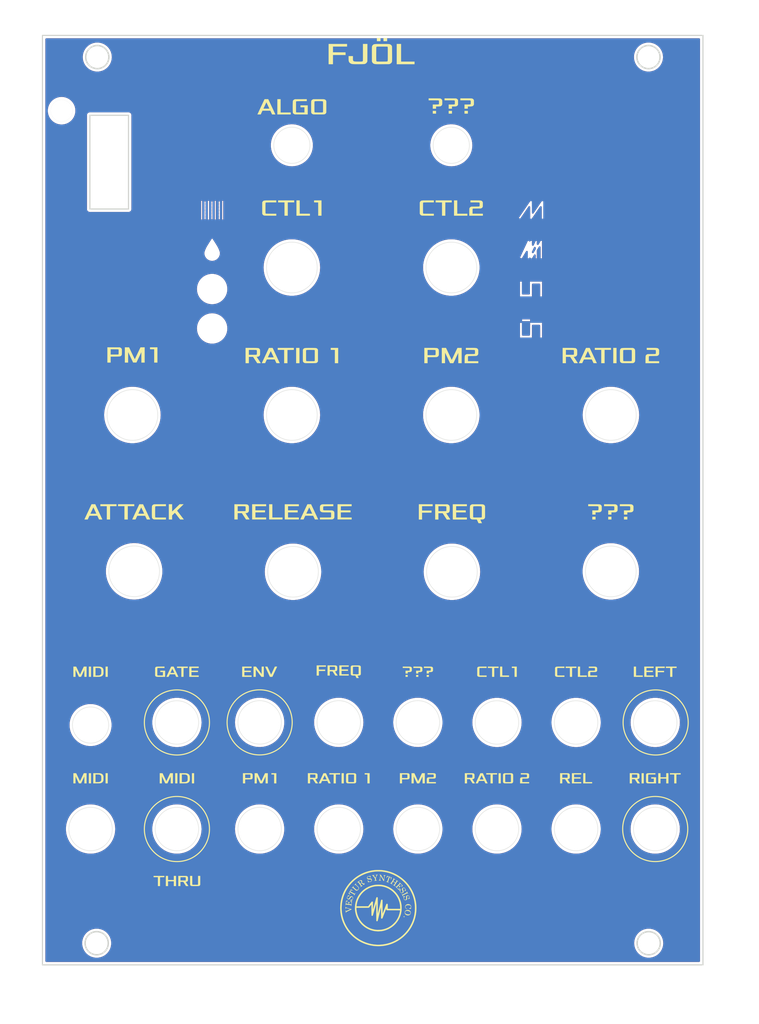
<source format=kicad_pcb>
(kicad_pcb (version 20211014) (generator pcbnew)
  (layers (0 "F.Cu" signal) (31 "B.Cu" signal) (34 "B.Paste" user) (35 "F.Paste" user) (36 "B.SilkS" user "B.Silkscreen") (37 "F.SilkS" user "F.Silkscreen") (38 "B.Mask" user) (39 "F.Mask" user) (44 "Edge.Cuts" user))
  (net 0 "")
  (footprint "vestur-logo:right" (layer "F.Cu") (at 176.098667 113.243528)
    (fp_text reference "G***" hide)
    (fp_text value "LOGO" hide)
  )
  (footprint "vestur-logo:logo-xxsmall" (layer "F.Cu") (at 137.895285 131.1021)
    (fp_text reference "G***" hide)
    (fp_text value "LOGO" hide)
  )
  (footprint "vestur-logo:pm1" (layer "F.Cu") (at 103.8279 54.7175)
    (fp_text reference "G***" hide)
    (fp_text value "LOGO" hide)
  )
  (footprint "vestur-logo:ratio1" (layer "F.Cu") (at 125.864083 54.804161)
    (fp_text reference "G***" hide)
    (fp_text value "LOGO" hide)
  )
  (footprint "vestur-logo:pm2" (layer "F.Cu") (at 147.906615 54.804161)
    (fp_text reference "G***" hide)
    (fp_text value "LOGO" hide)
  )
  (footprint "vestur-logo:ratio2" (layer "F.Cu") (at 169.9768 54.80388)
    (fp_text reference "G***" hide)
    (fp_text value "LOGO" hide)
  )
  (footprint "vestur-logo:release" (layer "F.Cu") (at 126.032 76.406927)
    (fp_text reference "G***" hide)
    (fp_text value "LOGO" hide)
  )
  (footprint "vestur-logo:attack" (layer "F.Cu") (at 104.064119 76.413676)
    (fp_text reference "G***" hide)
    (fp_text value "LOGO" hide)
  )
  (footprint "vestur-logo:freq" (layer "F.Cu") (at 147.995542 76.673539)
    (fp_text reference "G***" hide)
    (fp_text value "LOGO" hide)
  )
  (footprint "vestur-logo:???" (layer "F.Cu") (at 169.960825 76.413777)
    (fp_text reference "G***" hide)
    (fp_text value "LOGO" hide)
  )
  (footprint "vestur-logo:ctl1" (layer "F.Cu") (at 125.860175 34.414633)
    (fp_text reference "G***" hide)
    (fp_text value "LOGO" hide)
  )
  (footprint "vestur-logo:ctl2" (layer "F.Cu") (at 147.907375 34.414633)
    (fp_text reference "G***" hide)
    (fp_text value "LOGO" hide)
  )
  (footprint "vestur-logo:???" (layer "F.Cu") (at 147.909791 20.305177)
    (fp_text reference "G***" hide)
    (fp_text value "LOGO" hide)
  )
  (footprint "vestur-logo:algo" (layer "F.Cu") (at 125.872995 20.419458)
    (fp_text reference "G***" hide)
    (fp_text value "LOGO" hide)
  )
  (footprint "vestur-logo:gate" (layer "F.Cu") (at 109.973586 98.511233)
    (fp_text reference "G***" hide)
    (fp_text value "LOGO" hide)
  )
  (footprint "vestur-logo:env" (layer "F.Cu") (at 121.417505 98.511233)
    (fp_text reference "G***" hide)
    (fp_text value "LOGO" hide)
  )
  (footprint "vestur-logo:ctl1-small" (layer "F.Cu") (at 154.222226 98.511233)
    (fp_text reference "G***" hide)
    (fp_text value "LOGO" hide)
  )
  (footprint "vestur-logo:ctl2-small" (layer "F.Cu") (at 165.159386 98.511233)
    (fp_text reference "G***" hide)
    (fp_text value "LOGO" hide)
  )
  (footprint "vestur-logo:left" (layer "F.Cu") (at 176.1029 98.511233)
    (fp_text reference "G***" hide)
    (fp_text value "LOGO" hide)
  )
  (footprint "vestur-logo:midi" (layer "F.Cu") (at 98.038542 113.243233)
    (fp_text reference "G***" hide)
    (fp_text value "LOGO" hide)
  )
  (footprint "vestur-logo:midi" (layer "F.Cu") (at 109.975702 113.243233)
    (fp_text reference "G***" hide)
    (fp_text value "LOGO" hide)
  )
  (footprint "vestur-logo:thru" (layer "F.Cu") (at 109.97554 127.443506)
    (fp_text reference "G***" hide)
    (fp_text value "LOGO" hide)
  )
  (footprint "vestur-logo:pm1-small" (layer "F.Cu") (at 121.417096 113.243572)
    (fp_text reference "G***" hide)
    (fp_text value "LOGO" hide)
  )
  (footprint "vestur-logo:ratio1-small" (layer "F.Cu") (at 132.350023 113.243518)
    (fp_text reference "G***" hide)
    (fp_text value "LOGO" hide)
  )
  (footprint "vestur-logo:pm2-small" (layer "F.Cu") (at 143.287183 113.243518)
    (fp_text reference "G***" hide)
    (fp_text value "LOGO" hide)
  )
  (footprint "vestur-logo:ratio2-small" (layer "F.Cu") (at 154.228576 113.24333)
    (fp_text reference "G***" hide)
    (fp_text value "LOGO" hide)
  )
  (footprint "vestur-logo:rel" (layer "F.Cu") (at 165.161503 113.243518)
    (fp_text reference "G***" hide)
    (fp_text value "LOGO" hide)
  )
  (footprint "vestur-logo:???-small" (layer "F.Cu") (at 143.289299 98.511596)
    (fp_text reference "G***" hide)
    (fp_text value "LOGO" hide)
  )
  (footprint "vestur-logo:freq-small" (layer "F.Cu") (at 132.350501 98.511571)
    (fp_text reference "G***" hide)
    (fp_text value "LOGO" hide)
  )
  (footprint "vestur-logo:fjol" (layer "F.Cu") (at 136.883232 12.7127)
    (fp_text reference "G***" hide)
    (fp_text value "LOGO" hide)
  )
  (footprint "vestur-logo:midi" (layer "F.Cu") (at 98.038542 98.511233)
    (fp_text reference "G***" hide)
    (fp_text value "LOGO" hide)
  )
  (footprint "vestur-logo:spread-solderm" (layer "F.Cu") (at 114.840231 34.698931)
    (fp_text reference "G***" hide)
    (fp_text value "LOGO" hide)
    (zone (net 0) (net_name "") (layers F&B.Cu) (connect_pads (clearance 0)) (min_thickness 0.254)
      (keepout (tracks not_allowed) (vias not_allowed) (pads not_allowed) (copperpour not_allowed) (footprints allowed))
      (fill (thermal_gap 0.508) (thermal_bridge_width 0.508))
      (polygon (pts (xy 113.941461 33.800162) (xy 113.785154 33.800162) (xy 113.785154 33.487546) (xy 113.941461 33.487546)))
    )
    (zone (net 0) (net_name "") (layers F&B.Cu) (connect_pads (clearance 0)) (min_thickness 0.254)
      (keepout (tracks not_allowed) (vias not_allowed) (pads not_allowed) (copperpour not_allowed) (footprints allowed))
      (fill (thermal_gap 0.508) (thermal_bridge_width 0.508))
      (polygon (pts (xy 115.914846 35.539085) (xy 115.758538 35.539085) (xy 115.758538 35.226469) (xy 115.914846 35.226469)))
    )
    (zone (net 0) (net_name "") (layers F&B.Cu) (connect_pads (clearance 0)) (min_thickness 0.254)
      (keepout (tracks not_allowed) (vias not_allowed) (pads not_allowed) (copperpour not_allowed) (footprints allowed))
      (fill (thermal_gap 0.508) (thermal_bridge_width 0.508))
      (polygon (pts (xy 114.898846 35.539085) (xy 114.742538 35.539085) (xy 114.742538 35.226469) (xy 114.898846 35.226469)))
    )
    (zone (net 0) (net_name "") (layers F&B.Cu) (connect_pads (clearance 0)) (min_thickness 0.254)
      (keepout (tracks not_allowed) (vias not_allowed) (pads not_allowed) (copperpour not_allowed) (footprints allowed))
      (fill (thermal_gap 0.508) (thermal_bridge_width 0.508))
      (polygon (pts (xy 115.367769 36.008008) (xy 115.211461 36.008008) (xy 115.211461 33.409393) (xy 115.367769 33.409393)))
    )
    (zone (net 0) (net_name "") (layers F&B.Cu) (connect_pads (clearance 0)) (min_thickness 0.254)
      (keepout (tracks not_allowed) (vias not_allowed) (pads not_allowed) (copperpour not_allowed) (footprints allowed))
      (fill (thermal_gap 0.508) (thermal_bridge_width 0.508))
      (polygon (pts (xy 114.898846 34.230008) (xy 114.742538 34.230008) (xy 114.742538 33.917393) (xy 114.898846 33.917393)))
    )
    (zone (net 0) (net_name "") (layers F&B.Cu) (connect_pads (clearance 0)) (min_thickness 0.254)
      (keepout (tracks not_allowed) (vias not_allowed) (pads not_allowed) (copperpour not_allowed) (footprints allowed))
      (fill (thermal_gap 0.508) (thermal_bridge_width 0.508))
      (polygon (pts (xy 113.941461 34.230008) (xy 113.785154 34.230008) (xy 113.785154 33.917393) (xy 113.941461 33.917393)))
    )
    (zone (net 0) (net_name "") (layers F&B.Cu) (connect_pads (clearance 0)) (min_thickness 0.254)
      (keepout (tracks not_allowed) (vias not_allowed) (pads not_allowed) (copperpour not_allowed) (footprints allowed))
      (fill (thermal_gap 0.508) (thermal_bridge_width 0.508))
      (polygon (pts (xy 115.914846 34.230008) (xy 115.758538 34.230008) (xy 115.758538 33.917393) (xy 115.914846 33.917393)))
    )
    (zone (net 0) (net_name "") (layers F&B.Cu) (connect_pads (clearance 0)) (min_thickness 0.254)
      (keepout (tracks not_allowed) (vias not_allowed) (pads not_allowed) (copperpour not_allowed) (footprints allowed))
      (fill (thermal_gap 0.508) (thermal_bridge_width 0.508))
      (polygon (pts (xy 114.815807 34.350944) (xy 114.889077 34.357008) (xy 114.889077 34.669623) (xy 114.815807 34.675687) (xy 114.742538 34.681751) (xy 114.742538 34.34488)))
    )
    (zone (net 0) (net_name "") (layers F&B.Cu) (connect_pads (clearance 0)) (min_thickness 0.254)
      (keepout (tracks not_allowed) (vias not_allowed) (pads not_allowed) (copperpour not_allowed) (footprints allowed))
      (fill (thermal_gap 0.508) (thermal_bridge_width 0.508))
      (polygon (pts (xy 114.898846 35.968931) (xy 114.742538 35.968931) (xy 114.742538 35.656316) (xy 114.898846 35.656316)))
    )
    (zone (net 0) (net_name "") (layers F&B.Cu) (connect_pads (clearance 0)) (min_thickness 0.254)
      (keepout (tracks not_allowed) (vias not_allowed) (pads not_allowed) (copperpour not_allowed) (footprints allowed))
      (fill (thermal_gap 0.508) (thermal_bridge_width 0.508))
      (polygon (pts (xy 115.831807 34.78079) (xy 115.905077 34.786854) (xy 115.910751 34.948046) (xy 115.916426 35.109239) (xy 115.758538 35.109239) (xy 115.758538 34.774726)))
    )
    (zone (net 0) (net_name "") (layers F&B.Cu) (connect_pads (clearance 0)) (min_thickness 0.254)
      (keepout (tracks not_allowed) (vias not_allowed) (pads not_allowed) (copperpour not_allowed) (footprints allowed))
      (fill (thermal_gap 0.508) (thermal_bridge_width 0.508))
      (polygon (pts (xy 113.941461 35.968931) (xy 113.785154 35.968931) (xy 113.785154 35.656316) (xy 113.941461 35.656316)))
    )
    (zone (net 0) (net_name "") (layers F&B.Cu) (connect_pads (clearance 0)) (min_thickness 0.254)
      (keepout (tracks not_allowed) (vias not_allowed) (pads not_allowed) (copperpour not_allowed) (footprints allowed))
      (fill (thermal_gap 0.508) (thermal_bridge_width 0.508))
      (polygon (pts (xy 113.941461 35.539085) (xy 113.785154 35.539085) (xy 113.785154 35.226469) (xy 113.941461 35.226469)))
    )
    (zone (net 0) (net_name "") (layers F&B.Cu) (connect_pads (clearance 0)) (min_thickness 0.254)
      (keepout (tracks not_allowed) (vias not_allowed) (pads not_allowed) (copperpour not_allowed) (footprints allowed))
      (fill (thermal_gap 0.508) (thermal_bridge_width 0.508))
      (polygon (pts (xy 115.914846 33.800162) (xy 115.758538 33.800162) (xy 115.758538 33.487546) (xy 115.914846 33.487546)))
    )
    (zone (net 0) (net_name "") (layers F&B.Cu) (connect_pads (clearance 0)) (min_thickness 0.254)
      (keepout (tracks not_allowed) (vias not_allowed) (pads not_allowed) (copperpour not_allowed) (footprints allowed))
      (fill (thermal_gap 0.508) (thermal_bridge_width 0.508))
      (polygon (pts (xy 114.815807 34.78079) (xy 114.889077 34.786854) (xy 114.889077 35.099469) (xy 114.815807 35.105533) (xy 114.742538 35.111598) (xy 114.742538 34.774726)))
    )
    (zone (net 0) (net_name "") (layers F&B.Cu) (connect_pads (clearance 0)) (min_thickness 0.254)
      (keepout (tracks not_allowed) (vias not_allowed) (pads not_allowed) (copperpour not_allowed) (footprints allowed))
      (fill (thermal_gap 0.508) (thermal_bridge_width 0.508))
      (polygon (pts (xy 114.429923 36.008008) (xy 114.254077 36.008008) (xy 114.254077 33.409393) (xy 114.429923 33.409393)))
    )
    (zone (net 0) (net_name "") (layers F&B.Cu) (connect_pads (clearance 0)) (min_thickness 0.254)
      (keepout (tracks not_allowed) (vias not_allowed) (pads not_allowed) (copperpour not_allowed) (footprints allowed))
      (fill (thermal_gap 0.508) (thermal_bridge_width 0.508))
      (polygon (pts (xy 113.472538 36.008008) (xy 113.316231 36.008008) (xy 113.316231 33.409393) (xy 113.472538 33.409393)))
    )
    (zone (net 0) (net_name "") (layers F&B.Cu) (connect_pads (clearance 0)) (min_thickness 0.254)
      (keepout (tracks not_allowed) (vias not_allowed) (pads not_allowed) (copperpour not_allowed) (footprints allowed))
      (fill (thermal_gap 0.508) (thermal_bridge_width 0.508))
      (polygon (pts (xy 115.910751 34.508431) (xy 115.905077 34.669623) (xy 115.831807 34.675687) (xy 115.758538 34.681751) (xy 115.758538 34.347239) (xy 115.916426 34.347239)))
    )
    (zone (net 0) (net_name "") (layers F&B.Cu) (connect_pads (clearance 0)) (min_thickness 0.254)
      (keepout (tracks not_allowed) (vias not_allowed) (pads not_allowed) (copperpour not_allowed) (footprints allowed))
      (fill (thermal_gap 0.508) (thermal_bridge_width 0.508))
      (polygon (pts (xy 115.914846 35.968931) (xy 115.758538 35.968931) (xy 115.758538 35.656316) (xy 115.914846 35.656316)))
    )
    (zone (net 0) (net_name "") (layers F&B.Cu) (connect_pads (clearance 0)) (min_thickness 0.254)
      (keepout (tracks not_allowed) (vias not_allowed) (pads not_allowed) (copperpour not_allowed) (footprints allowed))
      (fill (thermal_gap 0.508) (thermal_bridge_width 0.508))
      (polygon (pts (xy 113.941461 34.679393) (xy 113.876333 34.679393) (xy 113.828055 34.675818) (xy 113.799062 34.667136) (xy 113.798179 34.666367) (xy 113.79202 34.641899) (xy 113.787433 34.588795) (xy 113.785235 34.517488) (xy 113.785154 34.50029) (xy 113.785154 34.347239) (xy 113.941461 34.347239)))
    )
    (zone (net 0) (net_name "") (layers F&B.Cu) (connect_pads (clearance 0)) (min_thickness 0.254)
      (keepout (tracks not_allowed) (vias not_allowed) (pads not_allowed) (copperpour not_allowed) (footprints allowed))
      (fill (thermal_gap 0.508) (thermal_bridge_width 0.508))
      (polygon (pts (xy 116.383769 36.008008) (xy 116.227461 36.008008) (xy 116.227461 33.409393) (xy 116.383769 33.409393)))
    )
    (zone (net 0) (net_name "") (layers F&B.Cu) (connect_pads (clearance 0)) (min_thickness 0.254)
      (keepout (tracks not_allowed) (vias not_allowed) (pads not_allowed) (copperpour not_allowed) (footprints allowed))
      (fill (thermal_gap 0.508) (thermal_bridge_width 0.508))
      (polygon (pts (xy 113.941461 35.109239) (xy 113.783573 35.109239) (xy 113.789248 34.948046) (xy 113.794923 34.786854) (xy 113.941461 34.774726)))
    )
    (zone (net 0) (net_name "") (layers F&B.Cu) (connect_pads (clearance 0)) (min_thickness 0.254)
      (keepout (tracks not_allowed) (vias not_allowed) (pads not_allowed) (copperpour not_allowed) (footprints allowed))
      (fill (thermal_gap 0.508) (thermal_bridge_width 0.508))
      (polygon (pts (xy 114.898846 33.800162) (xy 114.742538 33.800162) (xy 114.742538 33.487546) (xy 114.898846 33.487546)))
    )
  )
  (footprint "vestur-logo:pwm-solderm" (layer "F.Cu") (at 158.934233 51.048117)
    (fp_text reference "G***" hide)
    (fp_text value "LOGO" hide)
    (zone (net 0) (net_name "") (layers F&B.Cu) (connect_pads (clearance 0)) (min_thickness 0.254)
      (keepout (tracks not_allowed) (vias not_allowed) (pads not_allowed) (copperpour not_allowed) (footprints allowed))
      (fill (thermal_gap 0.508) (thermal_bridge_width 0.508))
      (polygon (pts (xy 158.807233 50.053284) (xy 157.706566 50.053284) (xy 157.706566 49.799284) (xy 158.807233 49.799284)))
    )
    (zone (net 0) (net_name "") (layers F&B.Cu) (connect_pads (clearance 0)) (min_thickness 0.254)
      (keepout (tracks not_allowed) (vias not_allowed) (pads not_allowed) (copperpour not_allowed) (footprints allowed))
      (fill (thermal_gap 0.508) (thermal_bridge_width 0.508))
      (polygon (pts (xy 160.458233 52.318117) (xy 160.204697 52.318117) (xy 160.199173 51.434409) (xy 160.193649 50.5507) (xy 159.627441 50.545063) (xy 159.061233 50.539425) (xy 159.061233 52.318117) (xy 157.410233 52.318117) (xy 157.410233 50.286117) (xy 157.663768 50.286117) (xy 157.669292 51.169825) (xy 157.674816 52.053534) (xy 158.796649 52.053534) (xy 158.802166 51.164534) (xy 158.807684 50.275534) (xy 160.458233 50.275534)))
    )
  )
  (footprint "vestur-logo:saw-solderm" (layer "F.Cu") (at 158.934733 34.675)
    (fp_text reference "G***" hide)
    (fp_text value "LOGO" hide)
    (zone (net 0) (net_name "") (layers F&B.Cu) (connect_pads (clearance 0)) (min_thickness 0.254)
      (keepout (tracks not_allowed) (vias not_allowed) (pads not_allowed) (copperpour not_allowed) (footprints allowed))
      (fill (thermal_gap 0.508) (thermal_bridge_width 0.508))
      (polygon (pts (xy 160.628066 35.8815) (xy 160.41681 35.8815) (xy 160.405816 33.87561) (xy 159.719544 34.878555) (xy 159.033271 35.8815) (xy 158.82931 35.8815) (xy 158.823813 34.873844) (xy 158.818316 33.866189) (xy 158.1304 34.873517) (xy 158.004477 35.057635) (xy 157.885639 35.230869) (xy 157.776025 35.390134) (xy 157.677777 35.532345) (xy 157.593034 35.654417) (xy 157.523939 35.753263) (xy 157.472631 35.825799) (xy 157.441251 35.868939) (xy 157.4319 35.880216) (xy 157.408524 35.87085) (xy 157.361016 35.847749) (xy 157.330858 35.832233) (xy 157.240401 35.784879) (xy 158.029358 34.627784) (xy 158.818316 33.470689) (xy 158.929234 33.469594) (xy 159.040152 33.4685) (xy 159.045651 34.468624) (xy 159.05115 35.46875) (xy 159.735001 34.468624) (xy 160.418853 33.4685) (xy 160.628066 33.4685)))
    )
  )
  (footprint "vestur-logo:det-solderm" (layer "F.Cu") (at 158.928942 40.159978)
    (fp_text reference "G***" hide)
    (fp_text value "LOGO" hide)
    (zone (net 0) (net_name "") (layers F&B.Cu) (connect_pads (clearance 0)) (min_thickness 0.254)
      (keepout (tracks not_allowed) (vias not_allowed) (pads not_allowed) (copperpour not_allowed) (footprints allowed))
      (fill (thermal_gap 0.508) (thermal_bridge_width 0.508))
      (polygon (pts (xy 159.733553 39.401991) (xy 159.733831 39.853061) (xy 160.000297 39.403269) (xy 160.266763 38.953478) (xy 160.452942 38.953478) (xy 160.452942 41.366478) (xy 160.262856 41.366478) (xy 160.257357 40.366868) (xy 160.251858 39.367259) (xy 159.992567 39.805227) (xy 159.733275 40.243196) (xy 159.733275 41.366478) (xy 159.585108 41.366478) (xy 159.584865 40.927269) (xy 159.584622 40.488061) (xy 159.325574 40.92613) (xy 159.066525 41.3642) (xy 158.977238 41.365339) (xy 158.887952 41.366478) (xy 158.881988 41.117769) (xy 158.876025 40.869061) (xy 158.75556 41.117769) (xy 158.70623 41.218962) (xy 158.670546 41.288138) (xy 158.643715 41.331386) (xy 158.620944 41.354796) (xy 158.597437 41.364458) (xy 158.568402 41.36646) (xy 158.559768 41.366478) (xy 158.484442 41.366478) (xy 158.484398 40.001228) (xy 158.079 40.678561) (xy 157.987299 40.831721) (xy 157.902581 40.973116) (xy 157.827268 41.098712) (xy 157.763782 41.204472) (xy 157.714548 41.28636) (xy 157.681987 41.340341) (xy 157.668522 41.362378) (xy 157.668333 41.362652) (xy 157.648866 41.358134) (xy 157.618024 41.341486) (xy 157.579889 41.324814) (xy 157.558098 41.337514) (xy 157.557014 41.339195) (xy 157.535597 41.350777) (xy 157.496143 41.334831) (xy 157.478285 41.323659) (xy 157.436495 41.291498) (xy 157.41596 41.266381) (xy 157.415525 41.263911) (xy 157.424286 41.241911) (xy 157.449527 41.185001) (xy 157.489683 41.096568) (xy 157.54319 40.979996) (xy 157.608485 40.838672) (xy 157.684003 40.675981) (xy 157.768179 40.495309) (xy 157.781461 40.466894) (xy 157.955275 40.466894) (xy 157.965858 40.477478) (xy 157.976442 40.466894) (xy 157.965858 40.456311) (xy 157.955275 40.466894) (xy 157.781461 40.466894) (xy 157.801633 40.423737) (xy 157.992772 40.423737) (xy 157.993616 40.424434) (xy 158.009689 40.400716) (xy 158.043938 40.346208) (xy 158.092924 40.266519) (xy 158.153206 40.16726) (xy 158.221348 40.05404) (xy 158.248548 40.008588) (xy 158.325998 39.878579) (xy 158.384302 39.778881) (xy 158.397312 39.755458) (xy 158.632608 39.755458) (xy 158.63349 40.365176) (xy 158.634371 40.974894) (xy 158.739502 40.754501) (xy 158.755373 40.720312) (xy 159.056153 40.720312) (xy 159.056626 40.826583) (xy 159.058728 40.895872) (xy 159.063167 40.93352) (xy 159.070649 40.944871) (xy 159.081882 40.935264) (xy 159.084183 40.931979) (xy 159.103134 40.901926) (xy 159.140152 40.841504) (xy 159.191611 40.756695) (xy 159.253885 40.653484) (xy 159.323348 40.537853) (xy 159.348767 40.495421) (xy 159.585108 40.100614) (xy 159.584897 39.722838) (xy 159.584685 39.345061) (xy 159.320525 39.905978) (xy 159.056365 40.466894) (xy 159.056153 40.720312) (xy 158.755373 40.720312) (xy 158.784173 40.658269) (xy 158.823744 40.568312) (xy 158.853362 40.495937) (xy 158.866668 40.458168) (xy 158.873678 40.410654) (xy 158.878898 40.325321) (xy 158.88221 40.206646) (xy 158.883495 40.05911) (xy 158.882635 39.887192) (xy 158.882364 39.863644) (xy 158.876025 39.345061) (xy 158.754317 39.550259) (xy 158.632608 39.755458) (xy 158.397312 39.755458) (xy 158.426152 39.703536) (xy 158.454239 39.646588) (xy 158.471255 39.602081) (xy 158.479891 39.564058) (xy 158.482838 39.526562) (xy 158.482873 39.490004) (xy 158.481305 39.366228) (xy 158.421819 39.493228) (xy 158.394586 39.551306) (xy 158.353122 39.63966) (xy 158.301198 39.750252) (xy 158.242589 39.875046) (xy 158.181069 40.006004) (xy 158.168455 40.032851) (xy 158.112749 40.15226) (xy 158.065031 40.256195) (xy 158.027598 40.339514) (xy 158.002747 40.397076) (xy 157.992772 40.423737) (xy 157.801633 40.423737) (xy 157.85945 40.300041) (xy 157.953509 40.099405) (xy 158.491494 38.953478) (xy 158.63102 38.953478) (xy 158.637106 39.149269) (xy 158.643192 39.345061) (xy 158.758691 39.149269) (xy 158.87419 38.953478) (xy 159.055239 38.953478) (xy 159.060882 39.507054) (xy 159.066525 40.060631) (xy 159.578571 38.964061) (xy 159.655923 38.957491) (xy 159.733275 38.950923)))
    )
  )
  (footprint "vestur-logo:res-solderm" (layer "F.Cu") (at 114.836466 40.148515)
    (fp_text reference "G***" hide)
    (fp_text value "LOGO" hide)
    (zone (net 0) (net_name "") (layers F&B.Cu) (connect_pads (clearance 0)) (min_thickness 0.254)
      (keepout (tracks not_allowed) (vias not_allowed) (pads not_allowed) (copperpour not_allowed) (footprints allowed))
      (fill (thermal_gap 0.508) (thermal_bridge_width 0.508))
      (polygon (pts (xy 114.868799 38.619673) (xy 114.910776 38.676972) (xy 114.970882 38.764446) (xy 115.044904 38.87553) (xy 115.128628 39.003658) (xy 115.21784 39.142264) (xy 115.308327 39.284784) (xy 115.395876 39.424652) (xy 115.476272 39.555303) (xy 115.545302 39.67017) (xy 115.598752 39.76269) (xy 115.615333 39.792915) (xy 115.700505 39.961978) (xy 115.777251 40.133568) (xy 115.841978 40.297997) (xy 115.89109 40.44558) (xy 115.920991 40.56663) (xy 115.928666 40.637012) (xy 115.905114 40.86114) (xy 115.838029 41.068282) (xy 115.732762 41.254221) (xy 115.594668 41.414741) (xy 115.429099 41.545624) (xy 115.241409 41.642654) (xy 115.036951 41.701613) (xy 114.821077 41.718285) (xy 114.599141 41.688453) (xy 114.595166 41.687474) (xy 114.380242 41.60927) (xy 114.190354 41.490716) (xy 114.030135 41.337706) (xy 113.904216 41.156134) (xy 113.817228 40.951895) (xy 113.773802 40.730881) (xy 113.769666 40.637012) (xy 113.781887 40.543707) (xy 113.816153 40.416233) (xy 113.868869 40.264277) (xy 113.93644 40.097525) (xy 114.01527 39.925662) (xy 114.082998 39.792915) (xy 114.128762 39.711573) (xy 114.191851 39.605165) (xy 114.268051 39.480254) (xy 114.353148 39.343407) (xy 114.44293 39.201189) (xy 114.533181 39.060165) (xy 114.619689 38.926901) (xy 114.69824 38.807962) (xy 114.76462 38.709914) (xy 114.814617 38.639322) (xy 114.844015 38.602751) (xy 114.849166 38.599115)))
    )
  )
  (footprint "vestur-logo:square-solderm" (layer "F.Cu") (at 158.934233 45.598117)
    (fp_text reference "G***" hide)
    (fp_text value "LOGO" hide)
    (zone (net 0) (net_name "") (layers F&B.Cu) (connect_pads (clearance 0)) (min_thickness 0.254)
      (keepout (tracks not_allowed) (vias not_allowed) (pads not_allowed) (copperpour not_allowed) (footprints allowed))
      (fill (thermal_gap 0.508) (thermal_bridge_width 0.508))
      (polygon (pts (xy 157.664233 46.360117) (xy 158.786066 46.360117) (xy 158.786066 44.582117) (xy 160.458233 44.582117) (xy 160.458233 46.635283) (xy 160.204233 46.635283) (xy 160.204233 44.857283) (xy 159.061233 44.857283) (xy 159.061233 46.635283) (xy 157.410233 46.635283) (xy 157.410233 44.582117) (xy 157.664233 44.582117)))
    )
  )
  (footprint "vestur-logo:square-flipped" (layer "B.Cu") (at 158.934233 45.598117 180)
    (fp_text reference "G***" hide)
    (fp_text value "LOGO" hide)
  )
  (footprint "vestur-logo:saw-flipped" (layer "B.Cu") (at 158.945195 34.665515 180)
    (fp_text reference "G***" hide)
    (fp_text value "LOGO" hide)
  )
  (footprint "vestur-logo:pwm-flipped" (layer "B.Cu") (at 158.934233 51.048117 180)
    (fp_text reference "G***" hide)
    (fp_text value "LOGO" hide)
  )
  (footprint "vestur-logo:spread-flipped" (layer "B.Cu") (at 114.85 34.698931 180)
    (fp_text reference "G***" hide)
    (fp_text value "LOGO" hide)
  )
  (footprint "vestur-logo:det-flipped" (layer "B.Cu") (at 158.928941 40.159978 180)
    (fp_text reference "G***" hide)
    (fp_text value "LOGO" hide)
  )
  (footprint "vestur-logo:res-solderm" (layer "B.Cu") (at 114.861866 40.148515 180)
    (fp_text reference "G***" hide)
    (fp_text value "LOGO" hide)
  )
  (gr_circle (center 176.1029 120.257149) (end 180.6029 120.257149) (layer "F.SilkS") (width 0.15) (fill none))
  (gr_circle (center 109.979936 105.525149) (end 114.479936 105.525149) (layer "F.SilkS") (width 0.15) (fill none))
  (gr_circle (center 109.979936 120.257149) (end 114.479936 120.257149) (layer "F.SilkS") (width 0.15) (fill none))
  (gr_circle (center 176.1617 105.525149) (end 180.6617 105.525149) (layer "F.SilkS") (width 0.15) (fill none))
  (gr_circle (center 121.417096 105.514449) (end 125.917096 105.514449) (layer "F.SilkS") (width 0.15) (fill none))
  (gr_circle (center 165.165736 105.525149) (end 168.165736 105.525149) (layer "Edge.Cuts") (width 0.05) (fill none))
  (gr_circle (center 147.912965 63.021) (end 151.412965 63.021) (layer "Edge.Cuts") (width 0.05) (fill none))
  (gr_circle (center 125.870433 63.021) (end 129.370433 63.021) (layer "Edge.Cuts") (width 0.05) (fill none))
  (gr_circle (center 121.417096 120.257149) (end 124.417096 120.257149) (layer "Edge.Cuts") (width 0.05) (fill none))
  (gr_circle (center 154.228576 120.257149) (end 157.228576 120.257149) (layer "Edge.Cuts") (width 0.05) (fill none))
  (gr_circle (center 169.9768 63.021) (end 173.4768 63.021) (layer "Edge.Cuts") (width 0.05) (fill none))
  (gr_circle (center 176.1029 120.257149) (end 179.1029 120.257149) (layer "Edge.Cuts") (width 0.05) (fill none))
  (gr_circle (center 165.165736 120.257149) (end 168.165736 120.257149) (layer "Edge.Cuts") (width 0.05) (fill none))
  (gr_circle (center 176.1029 105.525149) (end 179.1029 105.525149) (layer "Edge.Cuts") (width 0.05) (fill none))
  (gr_circle (center 103.8279 63.021) (end 107.3279 63.021) (layer "Edge.Cuts") (width 0.05) (fill none))
  (gr_circle (center 147.912966 25.7337) (end 150.412966 25.7337) (layer "Edge.Cuts") (width 0.05) (fill none))
  (gr_circle (center 98.042776 120.257149) (end 101.042776 120.257149) (layer "Edge.Cuts") (width 0.05) (fill none))
  (gr_circle (center 109.979936 105.525149) (end 112.979936 105.525149) (layer "Edge.Cuts") (width 0.05) (fill none))
  (gr_circle (center 143.291416 120.257149) (end 146.291416 120.257149) (layer "Edge.Cuts") (width 0.05) (fill none))
  (gr_circle (center 147.998 84.694) (end 151.498 84.694) (layer "Edge.Cuts") (width 0.05) (fill none))
  (gr_circle (center 126.032 84.694) (end 129.532 84.694) (layer "Edge.Cuts") (width 0.05) (fill none))
  (gr_circle (center 169.964 84.6455) (end 173.464 84.6455) (layer "Edge.Cuts") (width 0.05) (fill none))
  (gr_circle (center 104.066 84.6305) (end 107.566 84.6305) (layer "Edge.Cuts") (width 0.05) (fill none))
  (gr_line (start 182.7022 10.541) (end 182.7022 139.041) (layer "Edge.Cuts") (width 0.1524))
  (gr_line (start 91.3892 10.541) (end 182.7022 10.541) (layer "Edge.Cuts") (width 0.1524))
  (gr_line (start 91.3892 139.041) (end 91.3892 10.541) (layer "Edge.Cuts") (width 0.1524))
  (gr_line (start 182.7022 139.041) (end 91.3892 139.041) (layer "Edge.Cuts") (width 0.1524))
  (gr_line (start 97.949362 21.59) (end 103.283362 21.59) (layer "Edge.Cuts") (width 0.1524))
  (gr_line (start 97.949362 34.544) (end 97.949362 21.59) (layer "Edge.Cuts") (width 0.1524))
  (gr_line (start 97.949362 34.544) (end 103.283362 34.544) (layer "Edge.Cuts") (width 0.1524))
  (gr_line (start 103.283362 21.59) (end 103.283362 34.544) (layer "Edge.Cuts") (width 0.1524))
  (gr_circle (center 132.354256 120.257149) (end 135.354256 120.257149) (layer "Edge.Cuts") (width 0.05) (fill none))
  (gr_circle (center 109.979936 120.257149) (end 112.979936 120.257149) (layer "Edge.Cuts") (width 0.05) (fill none))
  (gr_circle (center 154.228576 105.525149) (end 157.228576 105.525149) (layer "Edge.Cuts") (width 0.05) (fill none))
  (gr_circle (center 94.036362 20.955) (end 95.536362 20.955) (layer "Edge.Cuts") (width 0.01) (fill none))
  (gr_circle (center 98.042776 105.8837) (end 100.542776 105.8837) (layer "Edge.Cuts") (width 0.05) (fill none))
  (gr_circle (center 143.291416 105.514449) (end 146.291416 105.514449) (layer "Edge.Cuts") (width 0.05) (fill none))
  (gr_circle (center 121.417096 105.514449) (end 124.417096 105.514449) (layer "Edge.Cuts") (width 0.05) (fill none))
  (gr_circle (center 147.9169 42.6339) (end 151.4169 42.6339) (layer "Edge.Cuts") (width 0.05) (fill none))
  (gr_circle (center 125.870433 25.7337) (end 128.370433 25.7337) (layer "Edge.Cuts") (width 0.05) (fill none))
  (gr_circle (center 98.8892 136.041) (end 100.4892 136.041) (layer "Edge.Cuts") (width 0.2) (fill none))
  (gr_circle (center 98.970971 13.541) (end 100.570971 13.541) (layer "Edge.Cuts") (width 0.2) (fill none))
  (gr_circle (center 175.2022 136.041) (end 176.8022 136.041) (layer "Edge.Cuts") (width 0.2) (fill none))
  (gr_circle (center 132.354256 105.514449) (end 135.354256 105.514449) (layer "Edge.Cuts") (width 0.05) (fill none))
  (gr_circle (center 175.170971 13.541) (end 176.770971 13.541) (layer "Edge.Cuts") (width 0.2) (fill none))
  (gr_circle (center 125.8697 42.6339) (end 129.3697 42.6339) (layer "Edge.Cuts") (width 0.05) (fill none))
  (zone (net 0) (net_name "") (layer "F.Cu") (connect_pads (clearance 0.4064)) (min_thickness 0.254) (fill yes (thermal_gap 0.508) (thermal_bridge_width 0.508))
    (polygon (pts (xy 188.722 7.2009) (xy 86.9061 5.6515) (xy 88.2904 144.4625) (xy 187.5155 146.0246)))
  )
  (zone (net 0) (net_name "") (layers F&B.Cu) (connect_pads (clearance 0)) (min_thickness 0.254)
    (keepout (tracks not_allowed) (vias not_allowed) (pads not_allowed) (copperpour not_allowed) (footprints allowed))
    (fill (thermal_gap 0.508) (thermal_bridge_width 0.508))
    (polygon (pts (xy 116.954073 45.6087) (xy 116.934598 45.323031) (xy 116.876534 45.042649) (xy 116.780954 44.772741) (xy 116.649628 44.518301) (xy 116.484986 44.284039) (xy 116.290074 44.074289) (xy 116.068499 43.892932) (xy 115.824361 43.743324) (xy 115.562178 43.628233) (xy 115.286801 43.54979) (xy 115.003326 43.509446) (xy 114.716998 43.507947) (xy 114.433116 43.54532) (xy 114.156932 43.620876) (xy 113.893558 43.733214) (xy 113.647867 43.880257) (xy 113.424405 44.059284) (xy 113.227307 44.266982) (xy 113.060221 44.499507) (xy 112.926238 44.752557) (xy 112.827837 45.02145) (xy 112.76684 45.301209) (xy 112.744374 45.586658) (xy 112.760857 45.872515) (xy 112.815982 46.15349) (xy 112.90873 46.424384) (xy 113.037384 46.680185) (xy 113.199564 46.916158) (xy 113.392269 47.127938) (xy 113.611933 47.311606) (xy 113.854491 47.463762) (xy 114.115454 47.581591) (xy 114.389995 47.662914) (xy 114.673032 47.706225) (xy 114.959328 47.710722) (xy 115.243586 47.676323) (xy 115.520546 47.603664) (xy 115.785082 47.49409) (xy 116.032299 47.349628) (xy 116.257624 47.172951) (xy 116.456886 46.967328) (xy 116.626398 46.736566) (xy 116.763023 46.484932) (xy 116.864235 46.217085) (xy 116.928158 45.93798) (xy 116.953611 45.652782)))
  )
  (zone (net 0) (net_name "") (layers F&B.Cu) (connect_pads (clearance 0)) (min_thickness 0.254)
    (keepout (tracks not_allowed) (vias not_allowed) (pads not_allowed) (copperpour not_allowed) (footprints allowed))
    (fill (thermal_gap 0.508) (thermal_bridge_width 0.508))
    (polygon (pts (xy 116.954073 51.0587) (xy 116.934598 50.773031) (xy 116.876534 50.492649) (xy 116.780954 50.222741) (xy 116.649628 49.968301) (xy 116.484986 49.734039) (xy 116.290074 49.524289) (xy 116.068499 49.342932) (xy 115.824361 49.193324) (xy 115.562178 49.078233) (xy 115.286801 48.99979) (xy 115.003326 48.959446) (xy 114.716998 48.957947) (xy 114.433116 48.99532) (xy 114.156932 49.070876) (xy 113.893558 49.183214) (xy 113.647867 49.330257) (xy 113.424405 49.509284) (xy 113.227307 49.716982) (xy 113.060221 49.949507) (xy 112.926238 50.202557) (xy 112.827837 50.47145) (xy 112.76684 50.751209) (xy 112.744374 51.036658) (xy 112.760857 51.322515) (xy 112.815982 51.60349) (xy 112.90873 51.874384) (xy 113.037384 52.130185) (xy 113.199564 52.366158) (xy 113.392269 52.577938) (xy 113.611933 52.761606) (xy 113.854491 52.913762) (xy 114.115454 53.031591) (xy 114.389995 53.112914) (xy 114.673032 53.156225) (xy 114.959328 53.160722) (xy 115.243586 53.126323) (xy 115.520546 53.053664) (xy 115.785082 52.94409) (xy 116.032299 52.799628) (xy 116.257624 52.622951) (xy 116.456886 52.417328) (xy 116.626398 52.186566) (xy 116.763023 51.934932) (xy 116.864235 51.667085) (xy 116.928158 51.38798) (xy 116.953611 51.102782)))
  )
  (zone (net 0) (net_name "") (layer "B.Cu") (connect_pads (clearance 0.4064)) (min_thickness 0.254) (fill yes (thermal_gap 0.508) (thermal_bridge_width 0.508))
    (polygon (pts (xy 190.4492 147.2311) (xy 85.5218 145.5039) (xy 86.3854 5.9944) (xy 190.4492 9.271)))
  )
)
</source>
